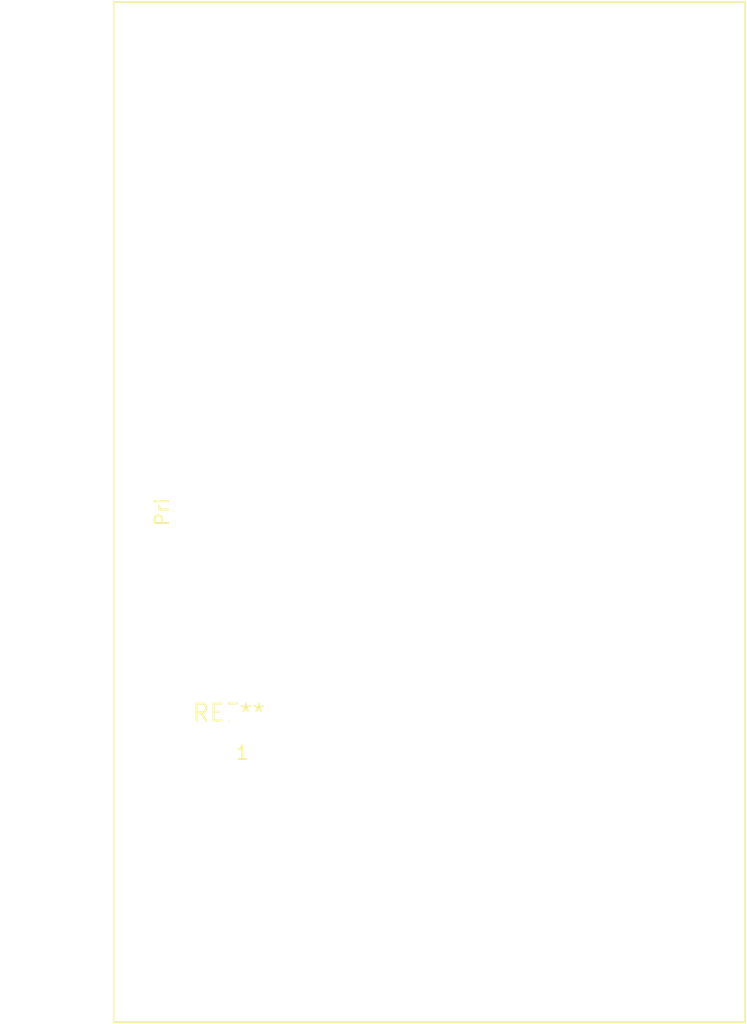
<source format=kicad_pcb>
(kicad_pcb (version 20240108) (generator pcbnew)
  (layers (0 "F.Cu" signal) (31 "B.Cu" signal) (34 "B.Paste" user) (35 "F.Paste" user) (36 "B.SilkS" user "B.Silkscreen") (37 "F.SilkS" user "F.Silkscreen") (38 "B.Mask" user) (39 "F.Mask" user) (44 "Edge.Cuts" user))
  (net 0 "")
  (footprint "Transformer_CHK_EI54-16VA_2xSec" (layer "F.Cu") (at 0 0)
    (property "Reference" "REF**")
    (property "Value" "Transformer_CHK_EI54-16VA_2xSec")
    (fp_line (start -8.62 -53.12) (end -8.62 23.12) (layer "F.SilkS") (stroke (width 0.12)))
    (fp_line (start -8.62 -53.12) (end 38.62 -53.12) (layer "F.SilkS") (stroke (width 0.12)))
    (fp_line (start 38.62 23.12) (end -8.62 23.12) (layer "F.SilkS") (stroke (width 0.12)))
    (fp_line (start 38.62 23.12) (end 38.62 -53.12) (layer "F.SilkS") (stroke (width 0.12)))
    (fp_text user "Pri" (at -5 -15 90) (layer "F.SilkS"))
    (fp_text user "1" (at 1 3 0) (layer "F.SilkS"))
    (pad "" np_thru_hole circle (at -3.5 -47.5) (size 4.5 4.5) (drill 4.5) (layers *.Cu *.Mask))
    (pad "" np_thru_hole circle (at -3.5 17.5) (size 4.5 4.5) (drill 4.5) (layers *.Cu *.Mask))
    (pad "" np_thru_hole circle (at 33.5 -47.5) (size 4.5 4.5) (drill 4.5) (layers *.Cu *.Mask))
    (pad "" np_thru_hole circle (at 33.5 17.5) (size 4.5 4.5) (drill 4.5) (layers *.Cu *.Mask))
    (pad "1" thru_hole circle (at 0 0) (size 3 3) (drill 1.2) (layers *.Cu *.Mask) (remove_unused_layers))
    (pad "2" thru_hole circle (at 0 -5) (size 3 3) (drill 1.2) (layers *.Cu *.Mask) (remove_unused_layers))
    (pad "3" thru_hole circle (at 0 -10) (size 3 3) (drill 1.2) (layers *.Cu *.Mask) (remove_unused_layers))
    (pad "4" thru_hole circle (at 0 -15) (size 3 3) (drill 1.2) (layers *.Cu *.Mask) (remove_unused_layers))
    (pad "5" thru_hole circle (at 0 -20) (size 3 3) (drill 1.2) (layers *.Cu *.Mask) (remove_unused_layers))
    (pad "6" thru_hole circle (at 0 -25) (size 3 3) (drill 1.2) (layers *.Cu *.Mask) (remove_unused_layers))
    (pad "7" thru_hole circle (at 0 -30) (size 3 3) (drill 1.2) (layers *.Cu *.Mask) (remove_unused_layers))
    (pad "8" thru_hole circle (at 30 -30) (size 3 3) (drill 1.2) (layers *.Cu *.Mask) (remove_unused_layers))
    (pad "9" thru_hole circle (at 30 -25) (size 3 3) (drill 1.2) (layers *.Cu *.Mask) (remove_unused_layers))
    (pad "10" thru_hole circle (at 30 -20) (size 3 3) (drill 1.2) (layers *.Cu *.Mask) (remove_unused_layers))
    (pad "11" thru_hole circle (at 30 -15) (size 3 3) (drill 1.2) (layers *.Cu *.Mask) (remove_unused_layers))
    (pad "12" thru_hole circle (at 30 -10) (size 3 3) (drill 1.2) (layers *.Cu *.Mask) (remove_unused_layers))
    (pad "13" thru_hole circle (at 30 -5) (size 3 3) (drill 1.2) (layers *.Cu *.Mask) (remove_unused_layers))
    (pad "14" thru_hole circle (at 30 0) (size 3 3) (drill 1.2) (layers *.Cu *.Mask) (remove_unused_layers))
  )
)
</source>
